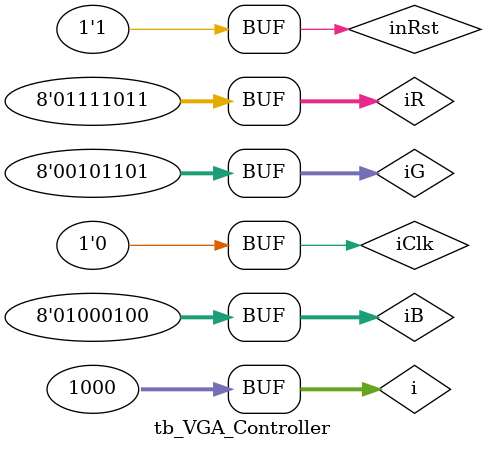
<source format=v>
`timescale 1 ns / 1 ps
module tb_VGA_Controller ();

    reg             iClk;
    reg             inRst;
    reg     [7:0]   iR;
    reg     [7:0]   iG;
    reg     [7:0]   iB;

    wire    [7:0]   oR;
    wire    [7:0]   oG;
    wire    [7:0]   oB;
    wire            oHSync;
    wire            oVSync;
    wire            oLineValid;
    wire            oFrameValid;
    
    
    
    VGAController   uut (
        .iClk(iClk),
        .inRst(inRst),
        
        .iR(iR),
        .iG(iG),
        .iB(iB),
        
        .oR(oR),
        .oG(oG),
        .oB(oB),
        .oHSync(oHSync),
        .oVSync(oVSync),
        .oLineValid(oLineValid),
        .oFrameValid(oFrameValid)
    );
    
    integer i;
    initial
    begin
        iClk    =   0;
        inRst   =   1;
        iR      =   123;
        iG      =   45;
        iB      =   68;
        
        #100;
        
        for(i = 0; i < 1000; i = i + 1)
        begin
            #1; iClk <= 1;
            #1; iClk <= 0;
        end
    end
endmodule
</source>
